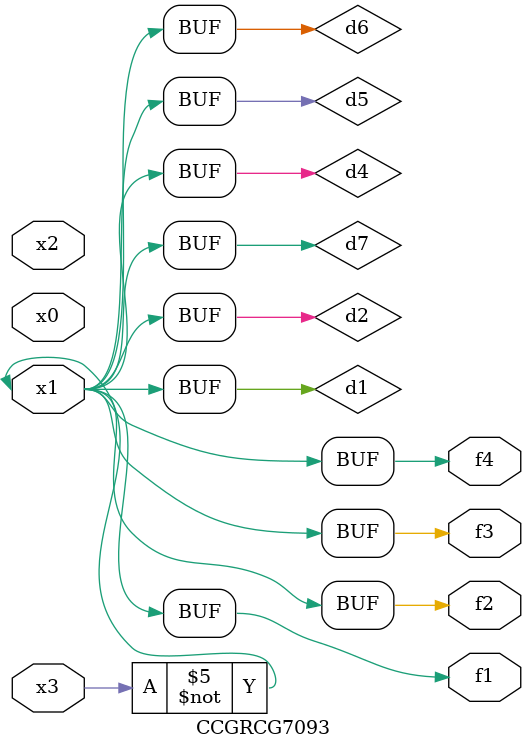
<source format=v>
module CCGRCG7093(
	input x0, x1, x2, x3,
	output f1, f2, f3, f4
);

	wire d1, d2, d3, d4, d5, d6, d7;

	not (d1, x3);
	buf (d2, x1);
	xnor (d3, d1, d2);
	nor (d4, d1);
	buf (d5, d1, d2);
	buf (d6, d4, d5);
	nand (d7, d4);
	assign f1 = d6;
	assign f2 = d7;
	assign f3 = d6;
	assign f4 = d6;
endmodule

</source>
